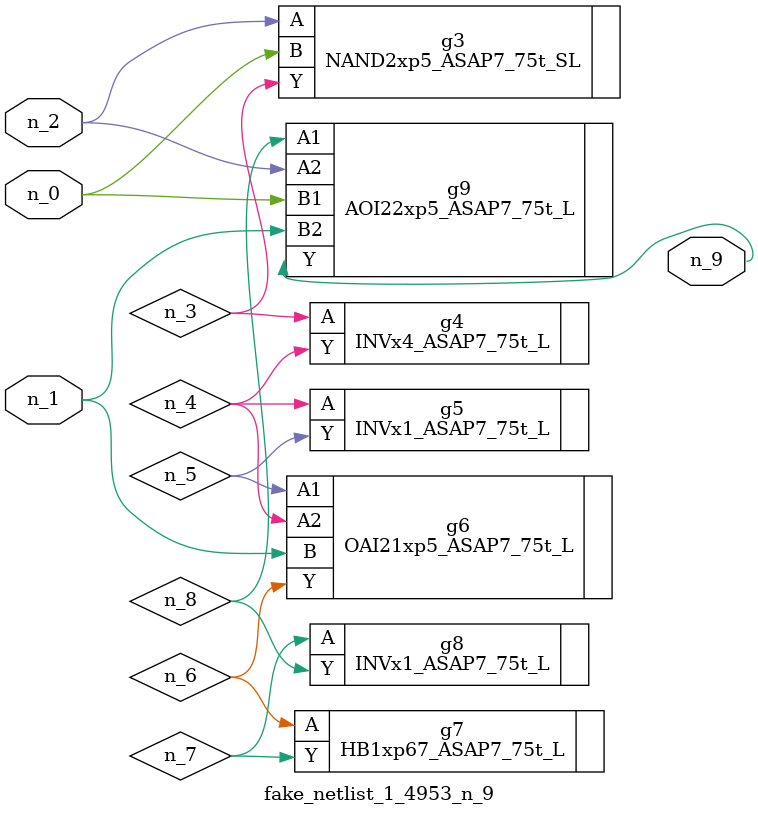
<source format=v>
module fake_netlist_1_4953_n_9 (n_1, n_2, n_0, n_9);
input n_1;
input n_2;
input n_0;
output n_9;
wire n_6;
wire n_4;
wire n_3;
wire n_5;
wire n_7;
wire n_8;
NAND2xp5_ASAP7_75t_SL g3 ( .A(n_2), .B(n_0), .Y(n_3) );
INVx4_ASAP7_75t_L g4 ( .A(n_3), .Y(n_4) );
INVx1_ASAP7_75t_L g5 ( .A(n_4), .Y(n_5) );
OAI21xp5_ASAP7_75t_L g6 ( .A1(n_5), .A2(n_4), .B(n_1), .Y(n_6) );
HB1xp67_ASAP7_75t_L g7 ( .A(n_6), .Y(n_7) );
INVx1_ASAP7_75t_L g8 ( .A(n_7), .Y(n_8) );
AOI22xp5_ASAP7_75t_L g9 ( .A1(n_8), .A2(n_2), .B1(n_0), .B2(n_1), .Y(n_9) );
endmodule
</source>
